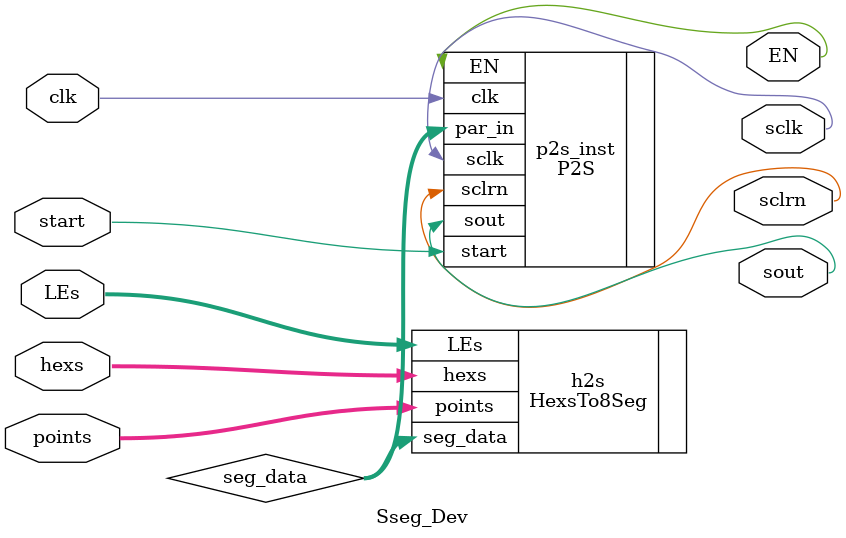
<source format=v>
module Sseg_Dev(
    input clk,
    input start,
    input [31:0] hexs,
    input [7:0] points,
    input [7:0] LEs,
    output sclk,
    output sclrn,
    output sout,
    output EN
);
    wire [63:0] seg_data;
    HexsTo8Seg h2s(
        .hexs(hexs),
        .points(points),
        .LEs(LEs),
        .seg_data(seg_data)
    );

    P2S #(.BIT_WIDTH(64)) p2s_inst(
        .clk(clk),
        .start(start),
        .par_in(seg_data),
        .sclk(sclk),
        .sclrn(sclrn),
        .sout(sout),
        .EN(EN)
    );
endmodule
</source>
